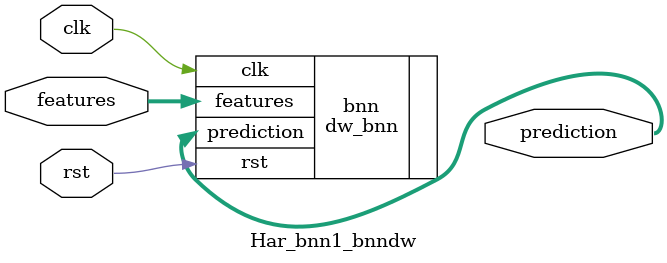
<source format=v>















module Har_bnn1_bnndw #(

parameter FEAT_CNT = 12,
parameter HIDDEN_CNT = 40,
parameter FEAT_BITS = 4,
parameter CLASS_CNT = 6,
parameter TEST_CNT = 1000


  ) (
  input clk,
  input rst,
  input [FEAT_CNT*FEAT_BITS-1:0] features,
  output [$clog2(CLASS_CNT)-1:0] prediction
  );

  localparam Weights0 = 480'b010011011001001100101101110001110010101011110010111001110001101001101010010011110101100110000101000100000111110100000001101110101101000110000001100100000001110000111111100111001110011001111010101000111100000011110011111011101000100111100110001101001001000110110111001011101011010111110100111000111100000011000000000100101111000110010101011010001100110101000100110101010101111011111000111000010110111000110001001110000010001100000101000000100100011000001101111001100001101000111001 ;
  localparam Weights1 = 240'b111001111101100000101111100101100010100011010110111111001010010101011010011101001110011111011110001101011100001000101010010101000110011010101101110010110100110101111111011000000011000110001111110000010111001001000101000010011100001111000100 ;
  localparam Widths = 320'h06060607070607070707070808070707070707070707070707080707070707070707080708070707 ;

  dw_bnn #(.FEAT_CNT(FEAT_CNT),.FEAT_BITS(FEAT_BITS),.HIDDEN_CNT(HIDDEN_CNT),.CLASS_CNT(CLASS_CNT),.Weights0(Weights0),.Weights1(Weights1),
    .WIDTHS(Widths)) bnn (
    .clk(clk),
    .rst(rst),
    .features(features),
    .prediction(prediction)
  );

endmodule

</source>
